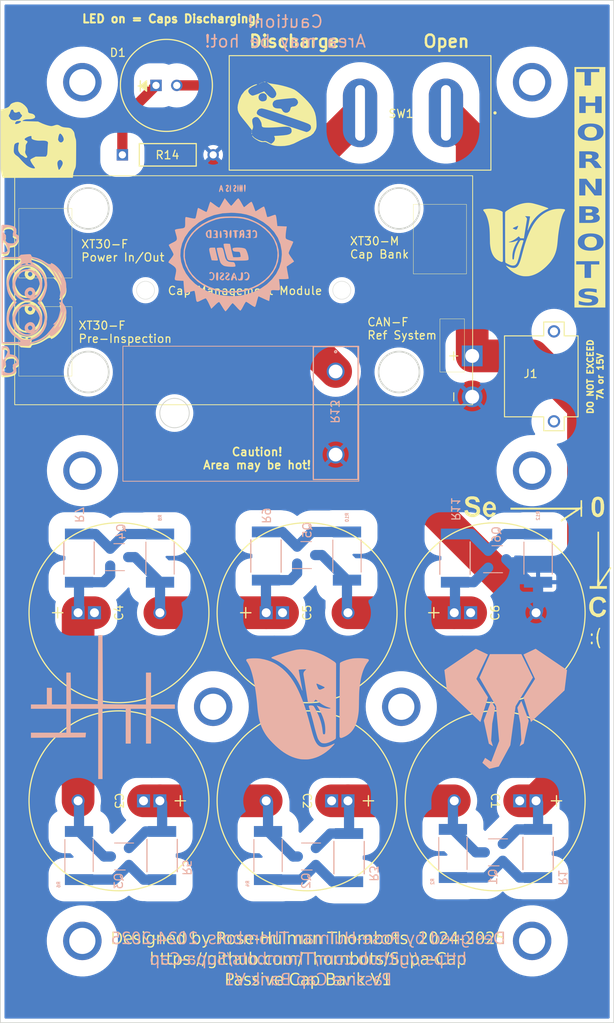
<source format=kicad_pcb>
(kicad_pcb (version 20240108) (generator "pcbnew") (generator_version "8.0")
  (title_block (title "Supercapacitor Bank v1") (rev "1.0") (company "Rose-Hulman Institute of Technology") (comment 1 "1/26/2025 Initial Release"))
  (layers (0 "F.Cu" signal) (31 "B.Cu" signal) (34 "B.Paste" user) (35 "F.Paste" user) (36 "B.SilkS" user "B.Silkscreen") (37 "F.SilkS" user "F.Silkscreen") (38 "B.Mask" user) (39 "F.Mask" user) (44 "Edge.Cuts" user))
  (net 0 "")
  (net 1 "V_15")
  (net 2 "Net-(C1--)")
  (net 3 "Net-(C2--)")
  (net 4 "Net-(C3--)")
  (net 5 "Net-(C4--)")
  (net 6 "Net-(C5--)")
  (net 7 "GND")
  (net 8 "Net-(D1-K)")
  (net 9 "Net-(D1-A)")
  (net 10 "Net-(Q1-B)")
  (net 11 "Net-(Q2-B)")
  (net 12 "Net-(Q3-B)")
  (net 13 "Net-(Q4-B)")
  (net 14 "Net-(Q5-B)")
  (net 15 "Net-(Q6-B)")
  (footprint "PassiveBankV1:MountingHole_3.2mm_M3" (layer "F.Cu") (at 60 60)
    (property "Reference" "REF**" (hide yes))
    (property "Value" "MountingHole_3.2mm_M3" (hide yes))
    (pad "" np_thru_hole circle (at 0.02 0) (size 4.7 4.7) (drill 3.2) (layers "F&B.Cu" "*.Mask") (clearance 2))
  )
  (footprint "PassiveBankV1:MountingHole_3.2mm_M3" (layer "F.Cu") (at 115 60)
    (property "Reference" "REF**" (hide yes))
    (property "Value" "MountingHole_3.2mm_M3" (hide yes))
    (pad "" np_thru_hole circle (at 0.02 0) (size 4.7 4.7) (drill 3.2) (layers "F&B.Cu" "*.Mask") (clearance 2))
  )
  (footprint "PassiveBankV1:100F Kyocera Cap" (layer "F.Cu") (at 110.5 147.872041 180)
    (property "Reference" "C1" (at 0 0 -90) (layer "F.SilkS"))
    (property "Value" "100F")
    (pad "1" thru_hole rect (at -5 0 180) (size 1.6002 1.6002) (drill 1.0922) (layers "*.Cu" "*.Mask") (net 1 "V_15"))
    (pad "1" thru_hole rect (at -3 0 180) (size 1.6002 1.6002) (drill 1.0922) (layers "*.Cu" "*.Mask") (net 1 "V_15"))
    (pad "2" thru_hole circle (at 5 0 180) (size 1.6002 1.6002) (drill 1.0922) (layers "*.Cu" "*.Mask") (net 2 "Net-(C1--)"))
  )
  (footprint "PassiveBankV1:680 Resistor" (layer "F.Cu") (at 70.358 68.834)
    (property "Reference" "R14" (at 0.0668 0.0775 0) (layer "F.SilkS"))
    (property "Value" "680")
    (pad "1" thru_hole rect (at -5.44437 0.0475) (size 1.397 1.397) (drill 0.889) (layers "*.Cu" "*.Mask") (net 8 "Net-(D1-K)"))
    (pad "2" thru_hole circle (at 5.65797 0.0475) (size 1.397 1.397) (drill 0.889) (layers "*.Cu" "*.Mask") (net 7 "GND"))
  )
  (footprint "PassiveBankV1:100F Kyocera Cap" (layer "F.Cu") (at 87.5 124.872041)
    (property "Reference" "C5" (at 0 0 90) (layer "F.SilkS"))
    (property "Value" "100F")
    (pad "1" thru_hole rect (at -5 0) (size 1.6002 1.6002) (drill 1.0922) (layers "*.Cu" "*.Mask") (net 5 "Net-(C4--)"))
    (pad "1" thru_hole rect (at -3 0) (size 1.6002 1.6002) (drill 1.0922) (layers "*.Cu" "*.Mask") (net 5 "Net-(C4--)"))
    (pad "2" thru_hole circle (at 5 0) (size 1.6002 1.6002) (drill 1.0922) (layers "*.Cu" "*.Mask") (net 6 "Net-(C5--)"))
  )
  (footprint "PassiveBankV1:100F Kyocera Cap" (layer "F.Cu") (at 64.5 147.872041 180)
    (property "Reference" "C3" (at 0 0 -90) (layer "F.SilkS"))
    (property "Value" "100F")
    (pad "1" thru_hole rect (at -5 0 180) (size 1.6002 1.6002) (drill 1.0922) (layers "*.Cu" "*.Mask") (net 3 "Net-(C2--)"))
    (pad "1" thru_hole rect (at -3 0 180) (size 1.6002 1.6002) (drill 1.0922) (layers "*.Cu" "*.Mask") (net 3 "Net-(C2--)"))
    (pad "2" thru_hole circle (at 5 0 180) (size 1.6002 1.6002) (drill 1.0922) (layers "*.Cu" "*.Mask") (net 4 "Net-(C3--)"))
  )
  (footprint "PassiveBankV1:10mm LED" (layer "F.Cu") (at 70.358 60.452)
    (property "Reference" "D1" (at -6.001012 -4.061012 0) (layer "F.SilkS"))
    (property "Value" "10mm_LED")
    (pad "1" thru_hole rect (at -1.331012 -0.061012) (size 1.397 1.397) (drill 0.889) (layers "*.Cu" "*.Mask") (net 8 "Net-(D1-K)"))
    (pad "2" thru_hole circle (at 1.208988 -0.061012) (size 1.397 1.397) (drill 0.889) (layers "*.Cu" "*.Mask") (net 9 "Net-(D1-A)"))
  )
  (footprint "PassiveBankV1:100F Kyocera Cap" (layer "F.Cu") (at 87.5 147.872041 180)
    (property "Reference" "C2" (at 0 0 -90) (layer "F.SilkS"))
    (property "Value" "100F")
    (pad "1" thru_hole rect (at -5 0 180) (size 1.6002 1.6002) (drill 1.0922) (layers "*.Cu" "*.Mask") (net 2 "Net-(C1--)"))
    (pad "1" thru_hole rect (at -3 0 180) (size 1.6002 1.6002) (drill 1.0922) (layers "*.Cu" "*.Mask") (net 2 "Net-(C1--)"))
    (pad "2" thru_hole circle (at 5 0 180) (size 1.6002 1.6002) (drill 1.0922) (layers "*.Cu" "*.Mask") (net 3 "Net-(C2--)"))
  )
  (footprint "PassiveBankV1:100F Kyocera Cap" (layer "F.Cu") (at 64.5 124.872041)
    (property "Reference" "C4" (at 0 0 90) (layer "F.SilkS"))
    (property "Value" "100F")
    (pad "1" thru_hole rect (at -5 0) (size 1.6002 1.6002) (drill 1.0922) (layers "*.Cu" "*.Mask") (net 4 "Net-(C3--)"))
    (pad "1" thru_hole rect (at -3 0) (size 1.6002 1.6002) (drill 1.0922) (layers "*.Cu" "*.Mask") (net 4 "Net-(C3--)"))
    (pad "2" thru_hole circle (at 5 0) (size 1.6002 1.6002) (drill 1.0922) (layers "*.Cu" "*.Mask") (net 5 "Net-(C4--)"))
  )
  (footprint "PassiveBankV1:MountingHole_3.2mm_M3" (layer "F.Cu") (at 115 165)
    (property "Reference" "REF**" (hide yes))
    (property "Value" "MountingHole_3.2mm_M3" (hide yes))
    (pad "" np_thru_hole circle (at 0.02 0) (size 4.7 4.7) (drill 3.2) (layers "F&B.Cu" "*.Mask") (clearance 2))
  )
  (footprint "PassiveBankV1:MountingHole_3.2mm_M3" (layer "F.Cu") (at 76 136.372041)
    (property "Reference" "REF**" (hide yes))
    (property "Value" "MountingHole_3.2mm_M3" (hide yes))
    (pad "" np_thru_hole circle (at 0.02 0) (size 4.7 4.7) (drill 3.2) (layers "F&B.Cu" "*.Mask") (clearance 2))
  )
  (footprint "PassiveBankV1:SW_RB141C1100" (layer "F.Cu") (at 93.98 63.754)
    (property "Reference" "SW1" (at 5.0136 0.1016 0) (layer "F.SilkS"))
    (property "Value" "SW_Push_Open")
    (pad "1" thru_hole oval (at 10.5 0) (size 4.2 8.4) (drill oval 1.2 6.8) (layers "*.Cu" "*.Mask") (net 1 "V_15"))
    (pad "2" thru_hole oval (at 0 0) (size 4.2 8.4) (drill oval 1.2 6.8) (layers "*.Cu" "*.Mask") (net 9 "Net-(D1-A)"))
  )
  (footprint "PassiveBankV1:100F Kyocera Cap" (layer "F.Cu") (at 110.5 124.872041)
    (property "Reference" "C6" (at 0 0 90) (layer "F.SilkS"))
    (property "Value" "100F")
    (pad "1" thru_hole rect (at -5 0) (size 1.6002 1.6002) (drill 1.0922) (layers "*.Cu" "*.Mask") (net 6 "Net-(C5--)"))
    (pad "1" thru_hole rect (at -3 0) (size 1.6002 1.6002) (drill 1.0922) (layers "*.Cu" "*.Mask") (net 6 "Net-(C5--)"))
    (pad "2" thru_hole circle (at 5 0) (size 1.6002 1.6002) (drill 1.0922) (layers "*.Cu" "*.Mask") (net 7 "GND"))
  )
  (footprint "PassiveBankV1:XT30PW-M" (layer "F.Cu") (at 117.69 95.97 -90)
    (property "Reference" "J1" (at -0.3124 2.8566 0) (layer "F.SilkS"))
    (property "Value" "XT30-Male")
    (pad "N" thru_hole circle (at 2.5 10 270) (size 2.55 2.55) (drill 1.7) (layers "*.Cu" "*.Mask") (net 7 "GND"))
    (pad "P" thru_hole rect (at -2.5 10 270) (size 2.55 2.55) (drill 1.7) (layers "*.Cu" "*.Mask") (net 1 "V_15"))
    (pad "S1" thru_hole circle (at 5.5 0 270) (size 1.508 1.508) (drill 1) (layers "*.Cu" "*.Mask"))
    (pad "S2" thru_hole circle (at -5.5 0 270) (size 1.508 1.508) (drill 1) (layers "*.Cu" "*.Mask"))
  )
  (footprint "PassiveBankV1:MountingHole_3.2mm_M3" (layer "F.Cu") (at 115 107.5)
    (property "Reference" "REF**" (hide yes))
    (property "Value" "MountingHole_3.2mm_M3" (hide yes))
    (pad "" np_thru_hole circle (at 0.02 0) (size 4.7 4.7) (drill 3.2) (layers "F&B.Cu" "*.Mask") (clearance 2))
  )
  (footprint "PassiveBankV1:MountingHole_3.2mm_M3" (layer "F.Cu") (at 60.02 107.5)
    (property "Reference" "REF**" (hide yes))
    (property "Value" "MountingHole_3.2mm_M3" (hide yes))
    (pad "" np_thru_hole circle (at 0.02 0) (size 4.7 4.7) (drill 3.2) (layers "F&B.Cu" "*.Mask") (clearance 2))
  )
  (footprint "PassiveBankV1:10mm RM Logo" (layer "F.Cu") (at 114.046 79.248)
    (property "Reference" "G***" (hide yes))
    (property "Value" "LOGO" (hide yes))
  )
  (footprint "LOGO" (layer "F.Cu") (at 54.711781 66.700456 -90)
    (property "Reference" "G***" (hide yes))
    (property "Value" "LOGO" (hide yes))
  )
  (footprint "LOGO" (layer "F.Cu") (at 83.82 63.754)
    (property "Reference" "G***" (hide yes))
    (property "Value" "LOGO" (hide yes))
  )
  (footprint "PassiveBankV1:MountingHole_3.2mm_M3" (layer "F.Cu") (at 60 165)
    (property "Reference" "REF**" (hide yes))
    (property "Value" "MountingHole_3.2mm_M3" (hide yes))
    (pad "" np_thru_hole circle (at 0.02 0) (size 4.7 4.7) (drill 3.2) (layers "F&B.Cu" "*.Mask") (clearance 2))
  )
  (footprint "LOGO" (layer "F.Cu") (at 116.078 119.634)
    (property "Reference" "G***" (hide yes))
    (property "Value" "LOGO" (hide yes))
  )
  (footprint "PassiveBankV1:MountingHole_3.2mm_M3" (layer "F.Cu") (at 99 136.372041)
    (property "Reference" "REF**" (hide yes))
    (property "Value" "MountingHole_3.2mm_M3" (hide yes))
    (pad "" np_thru_hole circle (at 0.02 0) (size 4.7 4.7) (drill 3.2) (layers "F&B.Cu" "*.Mask") (clearance 2))
  )
  (footprint "LOGO" (layer "F.Cu") (at 53.360779 86.756868 -90)
    (property "Reference" "G***" (hide yes))
    (property "Value" "LOGO" (hide yes))
  )
  (footprint "PassiveBankV1:NPN BJT" (layer "B.Cu") (at 64.4606 154.680241 180)
    (property "Reference" "Q3" (at 0 -3 90) (layer "B.SilkS") (effects (justify mirror)))
    (property "Value" "BC817-40" (hide yes))
    (pad "1" smd roundrect (at -1.25 1.03 180) (size 1 0.6) (layers "B.Cu" "B.Paste" "B.Mask") (net 3 "Net-(C2--)"))
    (pad "2" smd roundrect (at -1.25 -1.03 180) (size 1 0.6) (layers "B.Cu" "B.Paste" "B.Mask") (net 12 "Net-(Q3-B)"))
    (pad "3" smd roundrect (at 0.95 0 180) (size 1 0.6) (layers "B.Cu" "B.Paste" "B.Mask") (net 4 "Net-(C3--)"))
  )
  (footprint "PassiveBankV1:NPN BJT" (layer "B.Cu") (at 87.5346 117.822241)
    (property "Reference" "Q5" (at -0.0152 -3.048 90) (layer "B.SilkS") (effects (justify mirror)))
    (property "Value" "BC817-40" (hide yes))
    (pad "1" smd roundrect (at -1.25 1.03) (size 1 0.6) (layers "B.Cu" "B.Paste" "B.Mask") (net 5 "Net-(C4--)"))
    (pad "2" smd roundrect (at -1.25 -1.03) (size 1 0.6) (layers "B.Cu" "B.Paste" "B.Mask") (net 14 "Net-(Q5-B)"))
    (pad "3" smd roundrect (at 0.95 0) (size 1 0.6) (layers "B.Cu" "B.Paste" "B.Mask") (net 6 "Net-(C5--)"))
  )
  (footprint "PassiveBankV1:20kResistor" (layer "B.Cu") (at 82.4746 117.937841 90)
    (property "Reference" "R9" (at 4.9276 0 -90) (layer "B.SilkS") (effects (justify mirror)))
    (property "Value" "20k")
    (pad "1" smd rect (at -2.9464 0 90) (size 1.3208 3.4544) (layers "B.Cu" "B.Paste" "B.Mask") (net 5 "Net-(C4--)"))
    (pad "2" smd rect (at 2.9464 0 90) (size 1.3208 3.4544) (layers "B.Cu" "B.Paste" "B.Mask") (net 14 "Net-(Q5-B)"))
    (zone (net 0) (net_name "") (layer "B.Cu") (connect_pads (clearance 0)) (min_thickness 0.254)
      (keepout (tracks not_allowed) (vias not_allowed) (pads allowed) (copperpour not_allowed) (footprints allowed))
      (fill (thermal_gap 0.508) (thermal_bridge_width 0.508))
      (polygon (pts (xy 84.151 120.173041) (xy 84.151 115.702641) (xy 80.7982 115.702641) (xy 80.7982 120.173041)))
    )
  )
  (footprint "LOGO" (layer "B.Cu") (at 87.56 136.09 180)
    (property "Reference" "G***" (hide yes))
    (property "Value" "LOGO" (hide yes))
  )
  (footprint "PassiveBankV1:20kResistor" (layer "B.Cu") (at 69.7746 154.564641 -90)
    (property "Reference" "R5" (at 1.47 -3 -90) (layer "B.SilkS") (effects (justify mirror)))
    (property "Value" "20k")
    (pad "1" smd rect (at -2.9464 0 270) (size 1.3208 3.4544) (layers "B.Cu" "B.Paste" "B.Mask") (net 3 "Net-(C2--)"))
    (pad "2" smd rect (at 2.9464 0 270) (size 1.3208 3.4544) (layers "B.Cu" "B.Paste" "B.Mask") (net 12 "Net-(Q3-B)"))
    (zone (net 0) (net_name "") (layer "B.Cu") (connect_pads (clearance 0)) (min_thickness 0.254)
      (keepout (tracks not_allowed) (vias not_allowed) (pads allowed) (copperpour not_allowed) (footprints allowed))
      (fill (thermal_gap 0.508) (thermal_bridge_width 0.508))
      (polygon (pts (xy 68.0982 152.329441) (xy 68.0982 156.799841) (xy 71.451 156.799841) (xy 71.451 152.329441)))
    )
  )
  (footprint "LOGO" (layer "B.Cu") (at 62.23 136.398 180)
    (property "Reference" "G***" (hide yes))
    (property "Value" "LOGO" (hide yes))
  )
  (footprint "LOGO" (layer "B.Cu") (at 77.957742 80.731122 180)
    (property "Reference" "G***" (hide yes))
    (property "Value" "LOGO" (hide yes))
  )
  (footprint "PassiveBankV1:20kResistor" (layer "B.Cu") (at 115.7486 154.310641 -90)
    (property "Reference" "R1" (at 2.9464 -3 -90) (layer "B.SilkS") (effects (justify mirror)))
    (property "Value" "20k")
    (pad "1" smd rect (at -2.9464 0 270) (size 1.3208 3.4544) (layers "B.Cu" "B.Paste" "B.Mask") (net 1 "V_15"))
    (pad "2" smd rect (at 2.9464 0 270) (size 1.3208 3.4544) (layers "B.Cu" "B.Paste" "B.Mask") (net 10 "Net-(Q1-B)"))
    (zone (net 0) (net_name "") (layer "B.Cu") (connect_pads (clearance 0)) (min_thickness 0.254)
      (keepout (tracks not_allowed) (vias not_allowed) (pads allowed) (copperpour not_allowed) (footprints allowed))
      (fill (thermal_gap 0.508) (thermal_bridge_width 0.508))
      (polygon (pts (xy 114.0722 152.075441) (xy 114.0722 156.545841) (xy 117.425 156.545841) (xy 117.425 152.075441)))
    )
  )
  (footprint "PassiveBankV1:20kResistor" (layer "B.Cu") (at 105.5886 118.191841 90)
    (property "Reference" "R11" (at 5.9992 0.0508 -90) (layer "B.SilkS") (effects (justify mirror)))
    (property "Value" "20k")
    (pad "1" smd rect (at -2.9464 0 90) (size 1.3208 3.4544) (layers "B.Cu" "B.Paste" "B.Mask") (net 6 "Net-(C5--)"))
    (pad "2" smd rect (at 2.9464 0 90) (size 1.3208 3.4544) (layers "B.Cu" "B.Paste" "B.Mask") (net 15 "Net-(Q6-B)"))
    (zone (net 0) (net_name "") (layer "B.Cu") (connect_pads (clearance 0)) (min_thickness 0.254)
      (keepout (tracks not_allowed) (vias not_allowed) (pads allowed) (copperpour not_allowed) (footprints allowed))
      (fill (thermal_gap 0.508) (thermal_bridge_width 0.508))
      (polygon (pts (xy 107.265 120.427041) (xy 107.265 115.956641) (xy 103.9122 115.956641) (xy 103.9122 120.427041)))
    )
  )
  (footprint "PassiveBankV1:787Resistor" (layer "B.Cu") (at 92.3806 117.940241 -90)
    (property "Reference" "R10" (at -4.722 0 90) (layer "B.SilkS") (effects (font (size 0.393701 0.393701)) (justify mirror)))
    (property "Value" "7.87k")
    (pad "1" smd rect (at -2.944 0 270) (size 1.33 3.46) (layers "B.Cu" "B.Paste" "B.Mask") (net 14 "Net-(Q5-B)"))
    (pad "2" smd rect (at 2.944 0 270) (size 1.33 3.46) (layers "B.Cu" "B.Paste" "B.Mask") (net 6 "Net-(C5--)"))
  )
  (footprint "PassiveBankV1:NPN BJT" (layer "B.Cu") (at 110.9026 118.330241)
    (property "Reference" "Q6" (at -0.25 -3.03 90) (layer "B.SilkS") (effects (justify mirror)))
    (property "Value" "BC817-40" (hide yes))
    (pad "1" smd roundrect (at -1.25 1.03) (size 1 0.6) (layers "B.Cu" "B.Paste" "B.Mask") (net 6 "Net-(C5--)"))
    (pad "2" smd roundrect (at -1.25 -1.03) (size 1 0.6) (layers "B.Cu" "B.Paste" "B.Mask") (net 15 "Net-(Q6-B)"))
    (pad "3" smd roundrect (at 0.95 0) (size 1 0.6) (layers "B.Cu" "B.Paste" "B.Mask") (net 7 "GND"))
  )
  (footprint "PassiveBankV1:NPN BJT" (layer "B.Cu") (at 64.6746 118.076241)
    (property "Reference" "Q4" (at 0.0864 -3.1036 90) (layer "B.SilkS") (effects (justify mirror)))
    (property "Value" "BC817-40" (hide yes))
    (pad "1" smd roundrect (at -1.25 1.03) (size 1 0.6) (layers "B.Cu" "B.Paste" "B.Mask") (net 4 "Net-(C3--)"))
    (pad "2" smd roundrect (at -1.25 -1.03) (size 1 0.6) (layers "B.Cu" "B.Paste" "B.Mask") (net 13 "Net-(Q4-B)"))
    (pad "3" smd roundrect (at 0.95 0) (size 1 0.6) (layers "B.Cu" "B.Paste" "B.Mask") (net 5 "Net-(C4--)"))
  )
  (footprint "PassiveBankV1:NPN BJT" (layer "B.Cu") (at 87.3206 154.680241 180)
    (property "Reference" "Q2" (at -0.057199 -2.97 90) (layer "B.SilkS") (effects (justify mirror)))
    (property "Value" "BC817-40" (hide yes))
    (pad "1" smd roundrect (at -1.25 1.03 180) (size 1 0.6) (layers "B.Cu" "B.Paste" "B.Mask") (net 2 "Net-(C1--)"))
    (pad "2" smd roundrect (at -1.25 -1.03 180) (size 1 0.6) (layers "B.Cu" "B.Paste" "B.Mask") (net 11 "Net-(Q2-B)"))
    (pad "3" smd roundrect (at 0.95 0 180) (size 1 0.6) (layers "B.Cu" "B.Paste" "B.Mask") (net 3 "Net-(C2--)"))
  )
  (footprint "LOGO" (layer "B.Cu") (at 53.360779 86.756868 90)
    (property "Reference" "G***" (hide yes))
    (property "Value" "LOGO" (hide yes))
  )
  (footprint "PassiveBankV1:20kResistor" (layer "B.Cu") (at 92.6346 154.818641 -90)
    (property "Reference" "R3" (at 1.9464 -3 -90) (layer "B.SilkS") (effects (justify mirror)))
    (property "Value" "20k")
    (pad "1" smd rect (at -2.9464 0 270) (size 1.3208 3.4544) (layers "B.Cu" "B.Paste" "B.Mask") (net 2 "Net-(C1--)"))
    (pad "2" smd rect (at 2.9464 0 270) (size 1.3208 3.4544) (layers "B.Cu" "B.Paste" "B.Mask") (net 11 "Net-(Q2-B)"))
    (zone (net 0) (net_name "") (layer "B.Cu") (connect_pads (clearance 0)) (min_thickness 0.254)
      (keepout (tracks not_allowed) (vias not_allowed) (pads allowed) (copperpour not_allowed) (footprints allowed))
      (fill (thermal_gap 0.508) (thermal_bridge_width 0.508))
      (polygon (pts (xy 90.9582 152.583441) (xy 90.9582 157.053841) (xy 94.311 157.053841) (xy 94.311 152.583441)))
    )
  )
  (footprint "PassiveBankV1:787Resistor" (layer "B.Cu") (at 69.5206 118.194241 -90)
    (property "Reference" "R8" (at -4.93 0 90) (layer "B.SilkS") (effects (font (size 0.393701 0.393701)) (justify mirror)))
    (property "Value" "7.87k")
    (pad "1" smd rect (at -2.944 0 270) (size 1.33 3.46) (layers "B.Cu" "B.Paste" "B.Mask") (net 13 "Net-(Q4-B)"))
    (pad "2" smd rect (at 2.944 0 270) (size 1.33 3.46) (layers "B.Cu" "B.Paste" "B.Mask") (net 5 "Net-(C4--)"))
  )
  (footprint "PassiveBankV1:100Watt2" (layer "B.Cu") (at 90.992 100.456 -90)
    (property "Reference" "R13" (at -0.17 0.12 -90) (layer "B.SilkS") (effects (justify mirror)))
    (property "Value" "2 : 100Watt" (hide yes))
    (pad "1" thru_hole circle (at -5.081 0 270) (size 2.1844 2.1844) (drill 1.6764) (layers "*.Cu" "*.Mask") (net 9 "Net-(D1-A)"))
    (pad "3" thru_hole circle (at 5.079 0 270) (size 2.1844 2.1844) (drill 1.6764) (layers "*.Cu" "*.Mask") (net 7 "GND"))
  )
  (footprint "PassiveBankV1:787Resistor" (layer "B.Cu") (at 115.7486 118.194241 -90)
    (property "Reference" "R12" (at -5.184 0 90) (layer "B.SilkS") (effects (font (size 0.393701 0.393701)) (justify mirror)))
    (property "Value" "7.87k")
    (pad "1" smd rect (at -2.944 0 270) (size 1.33 3.46) (layers "B.Cu" "B.Paste" "B.Mask") (net 15 "Net-(Q6-B)"))
    (pad "2" smd rect (at 2.944 0 270) (size 1.33 3.46) (layers "B.Cu" "B.Paste" "B.Mask") (net 7 "GND"))
  )
  (footprint "PassiveBankV1:20kResistor" (layer "B.Cu") (at 59.6146 118.191841 90)
    (property "Reference" "R7" (at 5.288 0 -90) (layer "B.SilkS") (effects (justify mirror)))
    (property "Value" "20k")
    (pad "1" smd rect (at -2.9464 0 90) (size 1.3208 3.4544) (layers "B.Cu" "B.Paste" "B.Mask") (net 4 "Net-(C3--)"))
    (pad "2" smd rect (at 2.9464 0 90) (size 1.3208 3.4544) (layers "B.Cu" "B.Paste" "B.Mask") (net 13 "Net-(Q4-B)"))
    (zone (net 0) (net_name "") (layer "B.Cu") (connect_pads (clearance 0)) (min_thickness 0.254)
      (keepout (tracks not_allowed) (vias not_allowed) (pads allowed) (copperpour not_allowed) (footprints allowed))
      (fill (thermal_gap 0.508) (thermal_bridge_width 0.508))
      (polygon (pts (xy 61.291 120.427041) (xy 61.291 115.956641) (xy 57.9382 115.956641) (xy 57.9382 120.427041)))
    )
  )
  (footprint "LOGO" (layer "B.Cu") (at 111.79 136.62 180)
    (property "Reference" "G***" (hide yes))
    (property "Value" "LOGO" (hide yes))
  )
  (footprint "PassiveBankV1:787Resistor" (layer "B.Cu") (at 105.3346 154.308241 90)
    (property "Reference" "R2" (at -3.444 -2.500001 90) (layer "B.SilkS") (effects (font (size 0.393701 0.393701)) (justify mirror)))
    (property "Value" "7.87k")
    (pad "1" smd rect (at -2.944 0 90) (size 1.33 3.46) (layers "B.Cu" "B.Paste" "B.Mask") (net 10 "Net-(Q1-B)"))
    (pad "2" smd rect (at 2.944 0 90) (size 1.33 3.46) (layers "B.Cu" "B.Paste" "B.Mask") (net 2 "Net-(C1--)"))
  )
  (footprint "PassiveBankV1:787Resistor" (layer "B.Cu") (at 59.6146 154.562241 90)
    (property "Reference" "R6" (at -3.556 -2.500001 90) (layer "B.SilkS") (effects (font (size 0.393701 0.393701)) (justify mirror)))
    (property "Value" "7.87k")
    (pad "1" smd rect (at -2.944 0 90) (size 1.33 3.46) (layers "B.Cu" "B.Paste" "B.Mask") (net 12 "Net-(Q3-B)"))
    (pad "2" smd rect (at 2.944 0 90) (size 1.33 3.46) (layers "B.Cu" "B.Paste" "B.Mask") (net 4 "Net-(C3--)"))
  )
  (footprint "PassiveBankV1:787Resistor" (layer "B.Cu") (at 82.7286 154.562241 90)
    (property "Reference" "R4" (at -3.444 -2.5 90) (layer "B.SilkS") (effects (font (size 0.393701 0.393701)) (justify mirror)))
    (property "Value" "7.87k")
    (pad "1" smd rect (at -2.944 0 90) (size 1.33 3.46) (layers "B.Cu" "B.Paste" "B.Mask") (net 11 "Net-(Q2-B)"))
    (pad "2" smd rect (at 2.944 0 90) (size 1.33 3.46) (layers "B.Cu" "B.Paste" "B.Mask") (net 3 "Net-(C2--)"))
  )
  (footprint "PassiveBankV1:NPN BJT" (layer "B.Cu") (at 110.1806 154.172241 180)
    (property "Reference" "Q1" (at -0.049999 -3 90) (layer "B.SilkS") (effects (justify mirror)))
    (property "Value" "BC817-40" (hide yes))
    (pad "1" smd roundrect (at -1.25 1.03 180) (size 1 0.6) (layers "B.Cu" "B.Paste" "B.Mask") (net 1 "V_15"))
    (pad "2" smd roundrect (at -1.25 -1.03 180) (size 1 0.6) (layers "B.Cu" "B.Paste" "B.Mask") (net 10 "Net-(Q1-B)"))
    (pad "3" smd roundrect (at 0.95 0 180) (size 1 0.6) (layers "B.Cu" "B.Paste" "B.Mask") (net 2 "Net-(C1--)"))
  )
  (gr_rect (start 64.9796 92.286) (end 93.826 108.796) (stroke (width 0.1)) (fill none) (layer "B.SilkS"))
  (gr_rect (start 52.246 87.438) (end 58.746 95.938) (stroke (width 0.05)) (fill none) (layer "F.SilkS"))
  (gr_rect (start 51.746 71.438) (end 107.746 99.438) (stroke (width 0.1)) (fill none) (layer "F.SilkS"))
  (gr_rect (start 52.246 75.438) (end 58.746 83.938) (stroke (width 0.05)) (fill none) (layer "F.SilkS"))
  (gr_rect (start 100.496 74.938) (end 106.996 83.438) (stroke (width 0.05)) (fill none) (layer "F.SilkS"))
  (gr_rect (start 103.746 88.938) (end 106.746 95.438) (stroke (width 0.05)) (fill none) (layer "F.SilkS"))
  (gr_circle (center 60.746 95.438) (end 63.246 95.438) (stroke (width 0.2)) (fill none) (layer "Edge.Cuts"))
  (gr_circle (center 71.292 100.456) (end 71.292 102.256) (stroke (width 0.1)) (fill none) (layer "Edge.Cuts"))
  (gr_circle (center 98.746 75.438) (end 101.246 75.438) (stroke (width 0.2)) (fill none) (layer "Edge.Cuts"))
  (gr_rect (start 50 50) (end 125 175) (stroke (width 0.1)) (fill none) (layer "Edge.Cuts"))
  (gr_circle (center 91.746 85.438) (end 92.846 85.438) (stroke (width 0.05)) (fill none) (layer "Edge.Cuts"))
  (gr_circle (center 67.746 85.438) (end 68.846 85.438) (stroke (width 0.05)) (fill none) (layer "Edge.Cuts"))
  (gr_circle (center 98.746 95.438) (end 101.246 95.438) (stroke (width 0.2)) (fill none) (layer "Edge.Cuts"))
  (gr_circle (center 60.746 75.438) (end 63.246 75.438) (stroke (width 0.2)) (fill none) (layer "Edge.Cuts"))
  (gr_text "Caution!\nArea may be hot!" (at 84.836 55.88 0) (layer "B.SilkS") (effects (font (size 1.5 1.5) (thickness 0.2) (bold yes)) (justify bottom mirror)))
  (gr_text "Designed by Rose-Hulman Thornbots, 2024-2025\nhttps://github.com/Thornbots/Supa-Cap\nPassive Cap Bank V1" (at 87.63 170.688 0) (layer "B.SilkS") (effects (font (size 1.5 1.4) (thickness 0.1)) (justify bottom mirror)))
  (gr_text "CAN-F\nRef System" (at 94.78 91.53 0) (layer "F.SilkS") (effects (font (size 1 1)) (justify left bottom)))
  (gr_text "XT30-M\nCap Bank" (at 92.66 81.63 0) (layer "F.SilkS") (effects (font (size 1 1)) (justify left bottom)))
  (gr_text "XT30-F\nPower In/Out" (at 59.8 82 0) (layer "F.SilkS") (effects (font (size 1 1)) (justify left bottom)))
  (gr_text "T\nH\nO\nR\nN\nB\nO\nT\nS" (at 120.396 87.63 0) (layer "F.SilkS" knockout) (effects (font (size 2 3) (thickness 0.3) (bold yes)) (justify left bottom)))
  (gr_text "Cap Management Module" (at 70.386 86.088 0) (layer "F.SilkS") (effects (font (size 1 1)) (justify left bottom)))
  (gr_text "LED on = Caps Discharging!" (at 70.866 52.832 0) (layer "F.SilkS") (effects (font (size 1 1) (thickness 0.25) (bold yes)) (justify bottom)))
  (gr_text "XT30-F\nPre-Inspection" (at 59.47 91.95 0) (layer "F.SilkS") (effects (font (size 1 1)) (justify left bottom)))
  (gr_text "Discharge         Open" (at 80.264 55.88 0) (layer "F.SilkS") (effects (font (size 1.5 1.5) (thickness 0.3) (bold yes)) (justify left bottom)))
  (gr_text "Designed by Rose-Hulman Thornbots, 2024-2025\nhttps://github.com/Thornbots/Supa-Cap\nPassive Cap Bank V1" (at 87.63 170.688 0) (layer "F.SilkS") (effects (font (size 1.5 1.4) (thickness 0.1)) (justify bottom)))
  (gr_text "Caution!\nArea may be hot!" (at 81.39 107.4 0) (layer "F.SilkS") (effects (font (size 1 1) (thickness 0.2) (bold yes)) (justify bottom)))
  (gr_text "DO NOT EXCEED\n7A or 15V" (at 123.786 96.009 90) (layer "F.SilkS") (effects (font (size 0.75 0.75) (thickness 0.1875) (bold yes)) (justify bottom)))
  (segment (start 121.3 99.69) (end 115.08 93.47) (width 4) (layer "F.Cu") (net 1))
  (segment (start 107.69 66.964) (end 104.48 63.754) (width 4) (layer "F.Cu") (net 1))
  (segment (start 121.3 142.072041) (end 121.3 99.69) (width 4) (layer "F.Cu") (net 1))
  (segment (start 115.5 147.872041) (end 121.3 142.072041) (width 4) (layer "F.Cu") (net 1))
  (segment (start 107.69 93.47) (end 107.69 66.964) (width 4) (layer "F.Cu") (net 1))
  (segment (start 113.5 147.872041) (end 115.5 147.872041) (width 4) (layer "F.Cu") (net 1))
  (segment (start 115.08 93.47) (end 107.69 93.47) (width 4) (layer "F.Cu") (net 1))
  (segment (start 113.2086 151.364241) (end 115.7486 151.364241) (width 1.25) (layer "B.Cu") (net 1))
  (segment (start 115.7486 151.364241) (end 115.7486 148.120641) (width 1.25) (layer "B.Cu") (net 1))
  (segment (start 111.4306 153.142241) (end 113.2086 151.364241) (width 1.25) (layer "B.Cu") (net 1))
  (segment (start 115.7486 148.120641) (end 115.5 147.872041) (width 1.25) (layer "B.Cu") (net 1))
  (segment (start 90.5 147.872041) (end 92.5 147.872041) (width 4) (layer "F.Cu") (net 2))
  (segment (start 92.5 147.872041) (end 105.5 147.872041) (width 4) (layer "F.Cu") (net 2))
  (segment (start 105.3346 148.037441) (end 105.5 147.872041) (width 1.25) (layer "B.Cu") (net 2))
  (segment (start 92.6346 148.006641) (end 92.5 147.872041) (width 1.25) (layer "B.Cu") (net 2))
  (segment (start 90.3486 151.872241) (end 92.6346 151.872241) (width 1.25) (layer "B.Cu") (net 2))
  (segment (start 105.3346 151.364241) (end 105.3346 148.037441) (width 1.25) (layer "B.Cu") (net 2))
  (segment (start 108.1426 154.172241) (end 105.3346 151.364241) (width 1.25) (layer "B.Cu") (net 2))
  (segment (start 109.2306 154.172241) (end 108.1426 154.172241) (width 1.25) (layer "B.Cu") (net 2))
  (segment (start 88.5706 153.650241) (end 90.3486 151.872241) (width 1.25) (layer "B.Cu") (net 2))
  (segment (start 92.6346 151.872241) (end 92.6346 148.006641) (width 1.25) (layer "B.Cu") (net 2))
  (segment (start 67.5 147.872041) (end 69.5 147.872041) (width 4) (layer "F.Cu") (net 3))
  (segment (start 69.5 147.872041) (end 82.5 147.872041) (width 4) (layer "F.Cu") (net 3))
  (segment (start 85.7906 154.680241) (end 82.7286 151.618241) (width 1.25) (layer "B.Cu") (net 3))
  (segment (start 69.7746 151.618241) (end 69.7746 148.146641) (width 1.25) (layer "B.Cu") (net 3))
  (segment (start 69.7746 148.146641) (end 69.5 147.872041) (width 1.25) (layer "B.Cu") (net 3))
  (segment (start 82.7286 148.100641) (end 82.5 147.872041) (width 1.25) (layer "B.Cu") (net 3))
  (segment (start 86.3706 154.680241) (end 85.7906 154.680241) (width 1.25) (layer "B.Cu") (net 3))
  (segment (start 69.7746 151.618241) (end 67.7426 151.618241) (width 1.25) (layer "B.Cu") (net 3))
  (segment (start 67.7426 151.618241) (end 65.7106 153.650241) (width 1.25) (layer "B.Cu") (net 3))
  (segment (start 82.7286 151.618241) (end 82.7286 148.100641) (width 1.25) (layer "B.Cu") (net 3))
  (segment (start 59.5 124.872041) (end 59.5 147.872041) (width 4) (layer "F.Cu") (net 4))
  (segment (start 61.5 124.872041) (end 59.5 124.872041) (width 4) (layer "F.Cu") (net 4))
  (segment (start 59.6146 121.138241) (end 59.6146 124.757441) (width 1.25) (layer "B.Cu") (net 4))
  (segment (start 63.5106 154.680241) (end 62.6766 154.680241) (width 1.25) (layer "B.Cu") (net 4))
  (segment (start 59.6146 121.138241) (end 62.5918 121.138241) (width 1.25) (layer "B.Cu") (net 4))
  (segment (start 62.5918 121.138241) (end 63.4246 120.305441) (width 1.25) (layer "B.Cu") (net 4))
  (segment (start 59.6146 124.757441) (end 59.5 124.872041) (width 1.25) (layer "B.Cu") (net 4))
  (segment (start 59.6146 147.986641) (end 59.5 147.872041) (width 1.25) (layer "B.Cu") (net 4))
  (segment (start 59.6146 151.618241) (end 59.6146 147.986641) (width 1.25) (layer "B.Cu") (net 4))
  (segment (start 63.4246 120.305441) (end 63.4246 119.106241) (width 1.25) (layer "B.Cu") (net 4))
  (segment (start 62.6766 154.680241) (end 59.6146 151.618241) (width 1.25) (layer "B.Cu") (net 4))
  (segment (start 82.5 124.872041) (end 69.5 124.872041) (width 4) (layer "F.Cu") (net 5))
  (segment (start 84.5 124.872041) (end 82.5 124.872041) (width 4) (layer "F.Cu") (net 5))
  (segment (start 85.4518 120.884241) (end 86.2846 120.051441) (width 1.25) (layer "B.Cu") (net 5))
  (segment (start 82.4746 120.884241) (end 85.4518 120.884241) (width 1.25) (layer "B.Cu") (net 5))
  (segment (start 65.6246 118.076241) (end 66.4586 118.076241) (width 1.25) (layer "B.Cu") (net 5))
  (segment (start 69.5206 124.851441) (end 69.5 124.872041) (width 1.25) (layer "B.Cu") (net 5))
  (segment (start 82.4746 120.884241) (end 82.4746 124.846641) (width 1.25) (layer "B.Cu") (net 5))
  (segment (start 69.5206 121.138241) (end 69.5206 124.851441) (width 1.25) (layer "B.Cu") (net 5))
  (segment (start 86.2846 120.051441) (end 86.2846 118.852241) (width 1.25) (layer "B.Cu") (net 5))
  (segment (start 82.4746 124.846641) (end 82.5 124.872041) (width 1.25) (layer "B.Cu") (net 5))
  (segment (start 66.4586 118.076241) (end 69.5206 121.138241) (width 1.25) (layer "B.Cu") (net 5))
  (segment (start 107.5 124.872041) (end 105.5 124.872041) (width 4) (layer "F.Cu") (net 6))
  (segment (start 105.5 124.872041) (end 92.5 124.872041) (width 4) (layer "F.Cu") (net 6))
  (segment (start 107.8746 121.138241) (end 109.6526 119.360241) (width 1.25) (layer "B.Cu") (net 6))
  (segment (start 92.3806 120.884241) (end 92.3806 124.752641) (width 1.25) (layer "B.Cu") (net 6))
  (segment (start 89.3186 117.822241) (end 92.3806 120.884241) (width 1.25) (layer "B.Cu") (net 6))
  (segment (start 105.5886 124.783441) (end 105.5 124.872041) (width 1.25) (layer "B.Cu") (net 6))
  (segment (start 88.4846 117.822241) (end 89.3186 117.822241) (width 1.25) (layer "B.Cu") (net 6))
  (segment (start 105.5886 121.138241) (end 105.5886 124.783441) (width 1.25) (layer "B.Cu") (net 6))
  (segment (start 105.5886 121.138241) (end 107.8746 121.138241) (width 1.25) (layer "B.Cu") (net 6))
  (segment (start 92.3806 124.752641) (end 92.5 124.872041) (width 1.25) (layer "B.Cu") (net 6))
  (segment (start 76.01597 90.55897) (end 76.01597 68.8815) (width 1.25) (layer "F.Cu") (net 7))
  (segment (start 107.69 98.47) (end 100.625 105.535) (width 4) (layer "F.Cu") (net 7))
  (segment (start 115.5 124.872041) (end 100.625 109.997041) (width 4) (layer "F.Cu") (net 7))
  (segment (start 100.625 109.997041) (end 100.625 105.535) (width 4) (layer "F.Cu") (net 7))
  (segment (start 90.992 105.535) (end 76.01597 90.55897) (width 1.25) (layer "F.Cu") (net 7))
  (segment (start 100.625 105.535) (end 90.992 105.535) (width 4) (layer "F.Cu") (net 7))
  (segment (start 115.7486 121.138241) (end 115.7486 124.623441) (width 1.25) (layer "B.Cu") (net 7))
  (segment (start 115.7486 124.623441) (end 115.5 124.872041) (width 1.25) (layer "B.Cu") (net 7))
  (segment (start 114.6606 121.138241) (end 111.8526 118.330241) (width 1.25) (layer "B.Cu") (net 7))
  (segment (start 115.7486 121.138241) (end 114.6606 121.138241) (width 1.25) (layer "B.Cu") (net 7))
  (segment (start 64.91363 68.8815) (end 64.91363 64.504346) (width 1.25) (layer "F.Cu") (net 8))
  (segment (start 64.91363 64.504346) (end 69.026988 60.390988) (width 1.25) (layer "F.Cu") (net 8))
  (segment (start 78.911194 60.390988) (end 88.127103 69.606897) (width 1.25) (layer "F.Cu") (net 9))
  (segment (start 88.127103 92.510103) (end 88.127103 69.606897) (width 4) (layer "F.Cu") (net 9))
  (segment (start 71.566988 60.390988) (end 78.911194 60.390988) (width 1.25) (layer "F.Cu") (net 9))
  (segment (start 90.992 95.375) (end 88.127103 92.510103) (width 4) (layer "F.Cu") (net 9))
  (segment (start 88.127103 69.606897) (end 93.98 63.754) (width 4) (layer "F.Cu") (net 9))
  (segment (start 105.3346 157.252241) (end 109.3806 157.252241) (width 1.25) (layer "B.Cu") (net 10))
  (segment (start 115.7486 157.257041) (end 113.4854 157.257041) (width 1.25) (layer "B.Cu") (net 10))
  (segment (start 113.4854 157.257041) (end 111.4306 155.202241) (width 1.25) (layer "B.Cu") (net 10))
  (segment (start 109.3806 157.252241) (end 111.4306 155.202241) (width 1.25) (layer "B.Cu") (net 10))
  (segment (start 88.5706 155.710241) (end 86.7746 157.506241) (width 1.25) (layer "B.Cu") (net 11))
  (segment (start 92.6346 157.765041) (end 90.6254 157.765041) (width 1.25) (layer "B.Cu") (net 11))
  (segment (start 90.6254 157.765041) (end 88.5706 155.710241) (width 1.25) (layer "B.Cu") (net 11))
  (segment (start 86.7746 157.506241) (end 82.7286 157.506241) (width 1.25) (layer "B.Cu") (net 11))
  (segment (start 69.7746 157.511041) (end 67.5114 157.511041) (width 1.25) (layer "B.Cu") (net 12))
  (segment (start 67.5114 157.511041) (end 65.7106 155.710241) (width 1.25) (layer "B.Cu") (net 12))
  (segment (start 59.6146 157.506241) (end 63.9146 157.506241) (width 1.25) (layer "B.Cu") (net 12))
  (segment (start 63.9146 157.506241) (end 65.7106 155.710241) (width 1.25) (layer "B.Cu") (net 12))
  (segment (start 61.6238 115.245441) (end 63.4246 117.046241) (width 1.25) (layer "B.Cu") (net 13))
  (segment (start 59.6146 115.245441) (end 61.6238 115.245441) (width 1.25) (layer "B.Cu") (net 13))
  (segment (start 65.2206 115.250241) (end 69.5206 115.250241) (width 1.25) (layer "B.Cu") (net 13))
  (segment (start 63.4246 117.046241) (end 65.2206 115.250241) (width 1.25) (layer "B.Cu") (net 13))
  (segment (start 84.4838 114.991441) (end 82.4746 114.991441) (width 1.25) (layer "B.Cu") (net 14))
  (segment (start 86.2846 116.792241) (end 84.4838 114.991441) (width 1.25) (layer "B.Cu") (net 14))
  (segment (start 88.0806 114.996241) (end 92.3806 114.996241) (width 1.25) (layer "B.Cu") (net 14))
  (segment (start 86.2846 116.792241) (end 88.0806 114.996241) (width 1.25) (layer "B.Cu") (net 14))
  (segment (start 107.5978 115.245441) (end 109.6526 117.300241) (width 1.25) (layer "B.Cu") (net 15))
  (segment (start 105.5886 115.245441) (end 107.5978 115.245441) (width 1.25) (layer "B.Cu") (net 15))
  (segment (start 115.7486 115.250241) (end 111.7026 115.250241) (width 1.25) (layer "B.Cu") (net 15))
  (segment (start 111.7026 115.250241) (end 109.6526 117.300241) (width 1.25) (layer "B.Cu") (net 15))
  (zone (net 7) (net_name "GND") (layer "B.Cu") (name "Power Resistor Sink") (priority 1) (connect_pads (clearance 2)) (min_thickness 0.25) (fill yes (thermal_gap 0.5) (thermal_bridge_width 0.5) (island_removal_mode 2) (island_area_min 10))
    (polygon (pts (xy 50.038 50.038) (xy 124.968 50.038) (xy 124.968 175.006) (xy 50.038 175.006)))
  )
)
</source>
